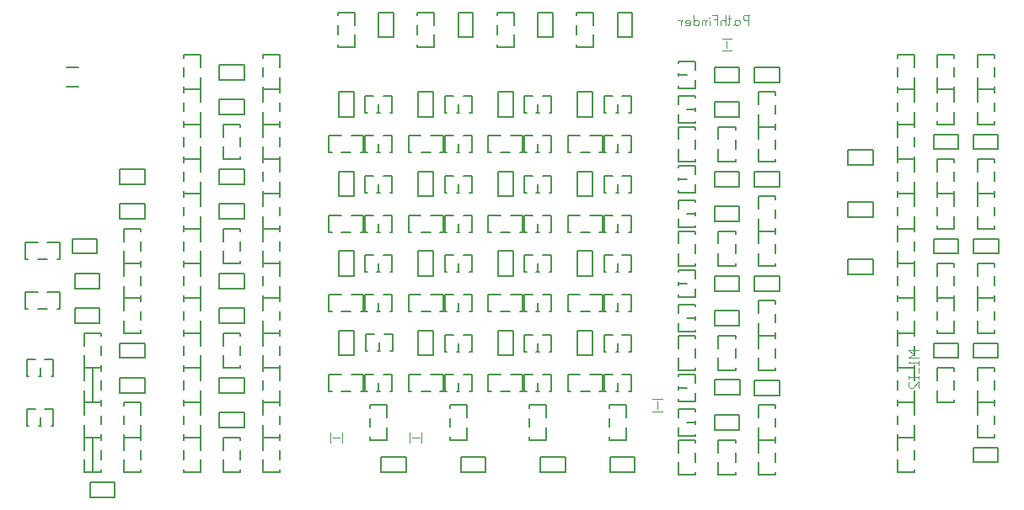
<source format=gbr>
G04 start of page 10 for group -4078 idx -4078 *
G04 Title: (unknown), bottomsilk *
G04 Creator: pcb 1.99z *
G04 CreationDate: Sun 08 Dec 2013 02:25:59 GMT UTC *
G04 For: ralph *
G04 Format: Gerber/RS-274X *
G04 PCB-Dimensions (mm): 102.00 52.00 *
G04 PCB-Coordinate-Origin: lower left *
%MOMM*%
%FSLAX43Y43*%
%LNBOTTOMSILK*%
%ADD90C,0.150*%
%ADD89C,0.127*%
%ADD88C,0.125*%
G54D88*X74873Y48980D02*Y49996D01*
X74492D02*X75000D01*
X74492D02*X74365Y49869D01*
Y49615D02*Y49869D01*
X74492Y49488D02*X74365Y49615D01*
X74492Y49488D02*X74873D01*
X73679D02*X73552Y49361D01*
X73679Y49488D02*X73933D01*
X74060Y49361D02*X73933Y49488D01*
X74060Y49107D02*Y49361D01*
Y49107D02*X73933Y48980D01*
X73552Y49107D02*Y49488D01*
Y49107D02*X73425Y48980D01*
X73679D02*X73933D01*
X73679D02*X73552Y49107D01*
X72993D02*Y49996D01*
Y49107D02*X72866Y48980D01*
Y49615D02*X73120D01*
X72612Y48980D02*Y49996D01*
Y49361D02*X72485Y49488D01*
X72231D02*X72485D01*
X72231D02*X72104Y49361D01*
Y48980D02*Y49361D01*
X71800Y48980D02*Y49996D01*
X71292D02*X71800D01*
X71419Y49539D02*X71800D01*
G54D89*X70987Y49717D02*Y49742D01*
G54D88*Y48980D02*Y49361D01*
X70606Y48980D02*Y49361D01*
X70479Y49488D01*
X70352D02*X70479D01*
X70352D02*X70225Y49361D01*
Y48980D02*Y49361D01*
X70733Y49488D02*X70606Y49361D01*
X69412Y48980D02*Y49996D01*
X69539Y48980D02*X69412Y49107D01*
X69539Y48980D02*X69793D01*
X69920Y49107D02*X69793Y48980D01*
X69920Y49107D02*Y49361D01*
X69793Y49488D01*
X69539D02*X69793D01*
X69539D02*X69412Y49361D01*
X68599Y48980D02*X68980D01*
X69107Y49107D02*X68980Y48980D01*
X69107Y49107D02*Y49361D01*
X68980Y49488D01*
X68726D02*X68980D01*
X68726D02*X68599Y49361D01*
Y49234D02*X69107D01*
X68599D02*Y49361D01*
X68167Y48980D02*Y49361D01*
X68040Y49488D01*
X67786D02*X68040D01*
X68294D02*X68167Y49361D01*
G54D90*X89900Y11000D02*X91600D01*
X89900Y7500D02*X91600D01*
X89900Y7800D02*Y7500D01*
Y11000D02*Y10700D01*
X91600Y11000D02*Y9750D01*
Y8750D02*Y7500D01*
X89900Y9700D02*Y8800D01*
Y4000D02*X91600D01*
X89900Y7500D02*X91600D01*
Y7200D01*
Y4300D02*Y4000D01*
X89900Y5250D02*Y4000D01*
Y7500D02*Y6250D01*
X91600Y6200D02*Y5300D01*
X96000Y17000D02*Y15500D01*
X93500D01*
Y17000D01*
X96000D01*
X97500Y6500D02*Y5000D01*
Y6500D02*X100000D01*
Y5000D01*
X97500D02*X100000D01*
X89900Y14500D02*X91600D01*
X89900Y11000D02*X91600D01*
X89900Y11300D02*Y11000D01*
Y14500D02*Y14200D01*
X91600Y14500D02*Y13250D01*
Y12250D02*Y11000D01*
X89900Y13200D02*Y12300D01*
X93900Y11000D02*X95600D01*
X93900Y14500D02*X95600D01*
Y14200D01*
Y11300D02*Y11000D01*
X93900Y12250D02*Y11000D01*
Y14500D02*Y13250D01*
X95600Y13200D02*Y12300D01*
X97900Y11000D02*X99600D01*
X97900Y14500D02*X99600D01*
Y14200D01*
Y11300D02*Y11000D01*
X97900Y12250D02*Y11000D01*
Y14500D02*Y13250D01*
X99600Y13200D02*Y12300D01*
X97900Y7500D02*X99600D01*
X97900Y11000D02*X99600D01*
Y10700D01*
Y7800D02*Y7500D01*
X97900Y8750D02*Y7500D01*
Y11000D02*Y9750D01*
X99600Y9700D02*Y8800D01*
X97500Y17000D02*Y15500D01*
Y17000D02*X100000D01*
Y15500D01*
X97500D02*X100000D01*
X93900Y21500D02*X95600D01*
X93900Y18000D02*X95600D01*
X93900Y18300D02*Y18000D01*
Y21500D02*Y21200D01*
X95600Y21500D02*Y20250D01*
Y19250D02*Y18000D01*
X93900Y20200D02*Y19300D01*
Y21500D02*X95600D01*
X93900Y25000D02*X95600D01*
Y24700D01*
Y21800D02*Y21500D01*
X93900Y22750D02*Y21500D01*
Y25000D02*Y23750D01*
X95600Y23700D02*Y22800D01*
X97900Y21500D02*X99600D01*
X97900Y25000D02*X99600D01*
Y24700D01*
Y21800D02*Y21500D01*
X97900Y22750D02*Y21500D01*
Y25000D02*Y23750D01*
X99600Y23700D02*Y22800D01*
X97900Y18000D02*X99600D01*
X97900Y21500D02*X99600D01*
Y21200D01*
Y18300D02*Y18000D01*
X97900Y19250D02*Y18000D01*
Y21500D02*Y20250D01*
X99600Y20200D02*Y19300D01*
X89900Y14500D02*X91600D01*
X89900Y18000D02*X91600D01*
Y17700D01*
Y14800D02*Y14500D01*
X89900Y15750D02*Y14500D01*
Y18000D02*Y16750D01*
X91600Y16700D02*Y15800D01*
X75900Y7250D02*X77600D01*
X75900Y10750D02*X77600D01*
Y10450D01*
Y7550D02*Y7250D01*
X75900Y8500D02*Y7250D01*
Y10750D02*Y9500D01*
X77600Y9450D02*Y8550D01*
X74050Y13300D02*Y11800D01*
X71550D01*
Y13300D01*
X74050D01*
X78000Y13250D02*Y11750D01*
X75500D01*
Y13250D01*
X78000D01*
X67900Y13850D02*X69600D01*
X67900Y11150D02*X69600D01*
X67900Y11350D02*Y11150D01*
Y13850D02*Y13650D01*
X69600Y13850D02*Y13000D01*
Y12000D02*Y11150D01*
X67900Y12650D02*Y12350D01*
Y12500D02*X68750D01*
X75900Y14250D02*X77600D01*
X75900Y17750D02*X77600D01*
Y17450D01*
Y14550D02*Y14250D01*
X75900Y15500D02*Y14250D01*
Y17750D02*Y16500D01*
X77600Y16450D02*Y15550D01*
X67900Y24350D02*X69600D01*
X67900Y21650D02*X69600D01*
X67900Y21850D02*Y21650D01*
Y24350D02*Y24150D01*
X69600Y24350D02*Y23500D01*
Y22500D02*Y21650D01*
X67900Y23150D02*Y22850D01*
Y23000D02*X68750D01*
X67900Y14250D02*X69600D01*
X67900Y17750D02*X69600D01*
Y17450D01*
Y14550D02*Y14250D01*
X67900Y15500D02*Y14250D01*
Y17750D02*Y16500D01*
X69600Y16450D02*Y15550D01*
X71900Y14250D02*X73600D01*
X71900Y17750D02*X73600D01*
Y17450D01*
Y14550D02*Y14250D01*
X71900Y15500D02*Y14250D01*
Y17750D02*Y16500D01*
X73600Y16450D02*Y15550D01*
X67900Y7650D02*X69600D01*
X67900Y10350D02*X69600D01*
Y10150D01*
Y7850D02*Y7650D01*
X67900Y8500D02*Y7650D01*
Y10350D02*Y9500D01*
X69600Y9150D02*Y8850D01*
X68750Y9000D02*X69600D01*
X74000Y9750D02*Y8250D01*
X71500D01*
Y9750D01*
X74000D01*
X71900Y3750D02*X73600D01*
X71900Y7250D02*X73600D01*
Y6950D01*
Y4050D02*Y3750D01*
X71900Y5000D02*Y3750D01*
Y7250D02*Y6000D01*
X73600Y5950D02*Y5050D01*
X67900Y3750D02*X69600D01*
X67900Y7250D02*X69600D01*
Y6950D01*
Y4050D02*Y3750D01*
X67900Y5000D02*Y3750D01*
Y7250D02*Y6000D01*
X69600Y5950D02*Y5050D01*
X75900Y3750D02*X77600D01*
X75900Y7250D02*X77600D01*
Y6950D01*
Y4050D02*Y3750D01*
X75900Y5000D02*Y3750D01*
Y7250D02*Y6000D01*
X77600Y5950D02*Y5050D01*
G54D88*X65250Y11350D02*X66250D01*
X65250Y10150D02*X66250D01*
X65750Y11100D02*Y10400D01*
G54D90*X52400Y37850D02*Y36150D01*
X55100Y37850D02*Y36150D01*
X54900D02*X55100D01*
X52400D02*X52600D01*
X52400Y37850D02*X53250D01*
X54250D02*X55100D01*
X53600Y36150D02*X53900D01*
X53750Y37000D02*Y36150D01*
X48750Y37850D02*Y36150D01*
X52250Y37850D02*Y36150D01*
X51950D02*X52250D01*
X48750D02*X49050D01*
X48750Y37850D02*X50000D01*
X51000D02*X52250D01*
X50050Y36150D02*X50950D01*
X44400Y41850D02*Y40150D01*
X47100Y41850D02*Y40150D01*
X46900D02*X47100D01*
X44400D02*X44600D01*
X44400Y41850D02*X45250D01*
X46250D02*X47100D01*
X45600Y40150D02*X45900D01*
X45750Y41000D02*Y40150D01*
X41750Y42250D02*X43250D01*
Y39750D01*
X41750D02*X43250D01*
X41750Y42250D02*Y39750D01*
X49750Y42250D02*X51250D01*
Y39750D01*
X49750D02*X51250D01*
X49750Y42250D02*Y39750D01*
X52400Y41850D02*Y40150D01*
X55100Y41850D02*Y40150D01*
X54900D02*X55100D01*
X52400D02*X52600D01*
X52400Y41850D02*X53250D01*
X54250D02*X55100D01*
X53600Y40150D02*X53900D01*
X53750Y41000D02*Y40150D01*
X60400Y33850D02*Y32150D01*
X63100Y33850D02*Y32150D01*
X62900D02*X63100D01*
X60400D02*X60600D01*
X60400Y33850D02*X61250D01*
X62250D02*X63100D01*
X61600Y32150D02*X61900D01*
X61750Y33000D02*Y32150D01*
X60400Y29850D02*Y28150D01*
X63100Y29850D02*Y28150D01*
X62900D02*X63100D01*
X60400D02*X60600D01*
X60400Y29850D02*X61250D01*
X62250D02*X63100D01*
X61600Y28150D02*X61900D01*
X61750Y29000D02*Y28150D01*
X60400Y25850D02*Y24150D01*
X63100Y25850D02*Y24150D01*
X62900D02*X63100D01*
X60400D02*X60600D01*
X60400Y25850D02*X61250D01*
X62250D02*X63100D01*
X61600Y24150D02*X61900D01*
X61750Y25000D02*Y24150D01*
X56750Y37850D02*Y36150D01*
X60250Y37850D02*Y36150D01*
X59950D02*X60250D01*
X56750D02*X57050D01*
X56750Y37850D02*X58000D01*
X59000D02*X60250D01*
X58050Y36150D02*X58950D01*
X57750Y42250D02*X59250D01*
Y39750D01*
X57750D02*X59250D01*
X57750Y42250D02*Y39750D01*
X60400Y37850D02*Y36150D01*
X63100Y37850D02*Y36150D01*
X62900D02*X63100D01*
X60400D02*X60600D01*
X60400Y37850D02*X61250D01*
X62250D02*X63100D01*
X61600Y36150D02*X61900D01*
X61750Y37000D02*Y36150D01*
X60400Y40150D02*Y41850D01*
X63100Y40150D02*Y41850D01*
X62900Y40150D02*X63100D01*
X60400D02*X60600D01*
X60400Y41850D02*X61250D01*
X62250D02*X63100D01*
X61600Y40150D02*X61900D01*
X61750D02*Y41000D01*
X56750Y29850D02*Y28150D01*
X60250Y29850D02*Y28150D01*
X59950D02*X60250D01*
X56750D02*X57050D01*
X56750Y29850D02*X58000D01*
X59000D02*X60250D01*
X58050Y28150D02*X58950D01*
X57750Y34250D02*X59250D01*
Y31750D01*
X57750D02*X59250D01*
X57750Y34250D02*Y31750D01*
Y26250D02*X59250D01*
Y23750D01*
X57750D02*X59250D01*
X57750Y26250D02*Y23750D01*
X56750Y21850D02*Y20150D01*
X60250Y21850D02*Y20150D01*
X59950D02*X60250D01*
X56750D02*X57050D01*
X56750Y21850D02*X58000D01*
X59000D02*X60250D01*
X58050Y20150D02*X58950D01*
X57750Y18250D02*X59250D01*
Y15750D01*
X57750D02*X59250D01*
X57750Y18250D02*Y15750D01*
X52400Y25850D02*Y24150D01*
X55100Y25850D02*Y24150D01*
X54900D02*X55100D01*
X52400D02*X52600D01*
X52400Y25850D02*X53250D01*
X54250D02*X55100D01*
X53600Y24150D02*X53900D01*
X53750Y25000D02*Y24150D01*
X52400Y21850D02*Y20150D01*
X55100Y21850D02*Y20150D01*
X54900D02*X55100D01*
X52400D02*X52600D01*
X52400Y21850D02*X53250D01*
X54250D02*X55100D01*
X53600Y20150D02*X53900D01*
X53750Y21000D02*Y20150D01*
X52400Y17850D02*Y16150D01*
X55100Y17850D02*Y16150D01*
X54900D02*X55100D01*
X52400D02*X52600D01*
X52400Y17850D02*X53250D01*
X54250D02*X55100D01*
X53600Y16150D02*X53900D01*
X53750Y17000D02*Y16150D01*
X44400Y21850D02*Y20150D01*
X47100Y21850D02*Y20150D01*
X46900D02*X47100D01*
X44400D02*X44600D01*
X44400Y21850D02*X45250D01*
X46250D02*X47100D01*
X45600Y20150D02*X45900D01*
X45750Y21000D02*Y20150D01*
X48750Y21850D02*Y20150D01*
X52250Y21850D02*Y20150D01*
X51950D02*X52250D01*
X48750D02*X49050D01*
X48750Y21850D02*X50000D01*
X51000D02*X52250D01*
X50050Y20150D02*X50950D01*
X44400Y13850D02*Y12150D01*
X47100Y13850D02*Y12150D01*
X46900D02*X47100D01*
X44400D02*X44600D01*
X44400Y13850D02*X45250D01*
X46250D02*X47100D01*
X45600Y12150D02*X45900D01*
X45750Y13000D02*Y12150D01*
X41750Y18250D02*X43250D01*
Y15750D01*
X41750D02*X43250D01*
X41750Y18250D02*Y15750D01*
X44400Y17850D02*Y16150D01*
X47100Y17850D02*Y16150D01*
X46900D02*X47100D01*
X44400D02*X44600D01*
X44400Y17850D02*X45250D01*
X46250D02*X47100D01*
X45600Y16150D02*X45900D01*
X45750Y17000D02*Y16150D01*
X49750Y18250D02*X51250D01*
Y15750D01*
X49750D02*X51250D01*
X49750Y18250D02*Y15750D01*
X52400Y13850D02*Y12150D01*
X55100Y13850D02*Y12150D01*
X54900D02*X55100D01*
X52400D02*X52600D01*
X52400Y13850D02*X53250D01*
X54250D02*X55100D01*
X53600Y12150D02*X53900D01*
X53750Y13000D02*Y12150D01*
X48750Y13850D02*Y12150D01*
X52250Y13850D02*Y12150D01*
X51950D02*X52250D01*
X48750D02*X49050D01*
X48750Y13850D02*X50000D01*
X51000D02*X52250D01*
X50050Y12150D02*X50950D01*
X60400Y21850D02*Y20150D01*
X63100Y21850D02*Y20150D01*
X62900D02*X63100D01*
X60400D02*X60600D01*
X60400Y21850D02*X61250D01*
X62250D02*X63100D01*
X61600Y20150D02*X61900D01*
X61750Y21000D02*Y20150D01*
X60400Y17850D02*Y16150D01*
X63100Y17850D02*Y16150D01*
X62900D02*X63100D01*
X60400D02*X60600D01*
X60400Y17850D02*X61250D01*
X62250D02*X63100D01*
X61600Y16150D02*X61900D01*
X61750Y17000D02*Y16150D01*
X56750Y13850D02*Y12150D01*
X60250Y13850D02*Y12150D01*
X59950D02*X60250D01*
X56750D02*X57050D01*
X56750Y13850D02*X58000D01*
X59000D02*X60250D01*
X58050Y12150D02*X58950D01*
X60400Y13850D02*Y12150D01*
X63100Y13850D02*Y12150D01*
X62900D02*X63100D01*
X60400D02*X60600D01*
X60400Y13850D02*X61250D01*
X62250D02*X63100D01*
X61600Y12150D02*X61900D01*
X61750Y13000D02*Y12150D01*
X61000Y5500D02*Y4000D01*
Y5500D02*X63500D01*
Y4000D01*
X61000D02*X63500D01*
X60900Y10750D02*X62600D01*
X60900Y7250D02*X62600D01*
X60900Y7550D02*Y7250D01*
Y10750D02*Y10450D01*
X62600Y10750D02*Y9500D01*
Y8500D02*Y7250D01*
X60900Y9450D02*Y8550D01*
X96000Y26000D02*Y27500D01*
X93500Y26000D02*X96000D01*
X93500D02*Y27500D01*
X96000D01*
X93900Y32000D02*X95600D01*
X93900Y28500D02*X95600D01*
X93900Y28800D02*Y28500D01*
Y32000D02*Y31700D01*
X95600Y32000D02*Y30750D01*
Y29750D02*Y28500D01*
X93900Y30700D02*Y29800D01*
Y32000D02*X95600D01*
X93900Y35500D02*X95600D01*
Y35200D01*
Y32300D02*Y32000D01*
X93900Y33250D02*Y32000D01*
Y35500D02*Y34250D01*
X95600Y34200D02*Y33300D01*
X89900Y35500D02*X91600D01*
X89900Y32000D02*X91600D01*
X89900Y32300D02*Y32000D01*
Y35500D02*Y35200D01*
X91600Y35500D02*Y34250D01*
Y33250D02*Y32000D01*
X89900Y34200D02*Y33300D01*
Y32000D02*X91600D01*
X89900Y28500D02*X91600D01*
X89900Y28800D02*Y28500D01*
Y32000D02*Y31700D01*
X91600Y32000D02*Y30750D01*
Y29750D02*Y28500D01*
X89900Y30700D02*Y29800D01*
X75900Y17750D02*X77600D01*
X75900Y21250D02*X77600D01*
Y20950D01*
Y18050D02*Y17750D01*
X75900Y19000D02*Y17750D01*
Y21250D02*Y20000D01*
X77600Y19950D02*Y19050D01*
X84900Y36400D02*Y34900D01*
Y36400D02*X87400D01*
Y34900D01*
X84900D02*X87400D01*
X84900Y31200D02*Y29700D01*
Y31200D02*X87400D01*
Y29700D01*
X84900D02*X87400D01*
X84900Y25400D02*Y23900D01*
Y25400D02*X87400D01*
Y23900D01*
X84900D02*X87400D01*
X89900Y25000D02*X91600D01*
X89900Y28500D02*X91600D01*
Y28200D02*Y28500D01*
Y25000D02*Y25300D01*
X89900Y25000D02*Y26250D01*
Y27250D02*Y28500D01*
X91600Y26300D02*Y27200D01*
X89900Y25000D02*X91600D01*
X89900Y21500D02*X91600D01*
X89900Y21800D02*Y21500D01*
Y25000D02*Y24700D01*
X91600Y25000D02*Y23750D01*
Y22750D02*Y21500D01*
X89900Y23700D02*Y22800D01*
Y21500D02*X91600D01*
X89900Y18000D02*X91600D01*
X89900Y18300D02*Y18000D01*
Y21500D02*Y21200D01*
X91600Y21500D02*Y20250D01*
Y19250D02*Y18000D01*
X89900Y20200D02*Y19300D01*
X78000Y34250D02*Y32750D01*
X75500D01*
Y34250D01*
X78000D01*
X75900Y28250D02*X77600D01*
X75900Y31750D02*X77600D01*
Y31450D01*
Y28550D02*Y28250D01*
X75900Y29500D02*Y28250D01*
Y31750D02*Y30500D01*
X77600Y30450D02*Y29550D01*
X75900Y24750D02*X77600D01*
X75900Y28250D02*X77600D01*
Y27950D01*
Y25050D02*Y24750D01*
X75900Y26000D02*Y24750D01*
Y28250D02*Y27000D01*
X77600Y26950D02*Y26050D01*
X97900Y28500D02*X99600D01*
X97900Y32000D02*X99600D01*
Y31700D01*
Y28800D02*Y28500D01*
X97900Y29750D02*Y28500D01*
Y32000D02*Y30750D01*
X99600Y30700D02*Y29800D01*
X97900Y32000D02*X99600D01*
X97900Y35500D02*X99600D01*
Y35200D01*
Y32300D02*Y32000D01*
X97900Y33250D02*Y32000D01*
Y35500D02*Y34250D01*
X99600Y34200D02*Y33300D01*
X97550Y27500D02*Y26000D01*
Y27500D02*X100050D01*
Y26000D01*
X97550D02*X100050D01*
X78000Y23750D02*Y22250D01*
X75500D01*
Y23750D01*
X78000D01*
X74000D02*Y22250D01*
X71500D01*
Y23750D01*
X74000D01*
Y20250D02*Y18750D01*
X71500D01*
Y20250D01*
X74000D01*
X67900Y18150D02*X69600D01*
X67900Y20850D02*X69600D01*
Y20650D01*
Y18350D02*Y18150D01*
X67900Y19000D02*Y18150D01*
Y20850D02*Y20000D01*
X69600Y19650D02*Y19350D01*
X68750Y19500D02*X69600D01*
X71900Y35250D02*X73600D01*
X71900Y38750D02*X73600D01*
Y38450D01*
Y35550D02*Y35250D01*
X71900Y36500D02*Y35250D01*
Y38750D02*Y37500D01*
X73600Y37450D02*Y36550D01*
X74000Y34250D02*Y32750D01*
X71500D01*
Y34250D01*
X74000D01*
X67900Y35250D02*X69600D01*
X67900Y38750D02*X69600D01*
Y38450D01*
Y35550D02*Y35250D01*
X67900Y36500D02*Y35250D01*
Y38750D02*Y37500D01*
X69600Y37450D02*Y36550D01*
X67900Y34850D02*X69600D01*
X67900Y32150D02*X69600D01*
X67900Y32350D02*Y32150D01*
Y34850D02*Y34650D01*
X69600Y34850D02*Y34000D01*
Y33000D02*Y32150D01*
X67900Y33650D02*Y33350D01*
Y33500D02*X68750D01*
X74000Y30750D02*Y29250D01*
X71500D01*
Y30750D01*
X74000D01*
X67900Y28650D02*X69600D01*
X67900Y31350D02*X69600D01*
Y31150D01*
Y28850D02*Y28650D01*
X67900Y29500D02*Y28650D01*
Y31350D02*Y30500D01*
X69600Y30150D02*Y29850D01*
X68750Y30000D02*X69600D01*
X67900Y24750D02*X69600D01*
X67900Y28250D02*X69600D01*
Y27950D01*
Y25050D02*Y24750D01*
X67900Y26000D02*Y24750D01*
Y28250D02*Y27000D01*
X69600Y26950D02*Y26050D01*
X71900Y24750D02*X73600D01*
X71900Y28250D02*X73600D01*
Y27950D01*
Y25050D02*Y24750D01*
X71900Y26000D02*Y24750D01*
Y28250D02*Y27000D01*
X73600Y26950D02*Y26050D01*
X75900Y35250D02*X77600D01*
X75900Y38750D02*X77600D01*
Y38450D01*
Y35550D02*Y35250D01*
X75900Y36500D02*Y35250D01*
Y38750D02*Y37500D01*
X77600Y37450D02*Y36550D01*
X75900Y38750D02*X77600D01*
X75900Y42250D02*X77600D01*
Y41950D01*
Y39050D02*Y38750D01*
X75900Y40000D02*Y38750D01*
Y42250D02*Y41000D01*
X77600Y40950D02*Y40050D01*
X78000Y44750D02*Y43250D01*
X75500D02*X78000D01*
X75500Y44750D02*Y43250D01*
Y44750D02*X78000D01*
X74000Y41250D02*Y39750D01*
X71500D01*
Y41250D01*
X74000D01*
Y44750D02*Y43250D01*
X71500D02*X74000D01*
X71500Y44750D02*Y43250D01*
Y44750D02*X74000D01*
X67900Y39150D02*X69600D01*
X67900Y41850D02*X69600D01*
Y41650D01*
Y39350D02*Y39150D01*
X67900Y40000D02*Y39150D01*
Y41850D02*Y41000D01*
X69600Y40650D02*Y40350D01*
X68750Y40500D02*X69600D01*
X67900Y45350D02*X69600D01*
X67900Y42650D02*X69600D01*
X67900Y42850D02*Y42650D01*
Y45350D02*Y45150D01*
X69600Y45350D02*Y44500D01*
Y43500D02*Y42650D01*
X67900Y44150D02*Y43850D01*
Y44000D02*X68750D01*
G54D88*X72250Y47600D02*X73250D01*
X72250Y46400D02*X73250D01*
X72750Y47350D02*Y46650D01*
G54D90*X96000Y38000D02*Y36500D01*
X93500D02*X96000D01*
X93500Y38000D02*Y36500D01*
Y38000D02*X96000D01*
X93900Y42500D02*X95600D01*
X93900Y39000D02*X95600D01*
X93900Y39300D02*Y39000D01*
Y42500D02*Y42200D01*
X95600Y42500D02*Y41250D01*
Y40250D02*Y39000D01*
X93900Y41200D02*Y40300D01*
X89900Y35500D02*X91600D01*
X89900Y39000D02*X91600D01*
Y38700D01*
Y35800D02*Y35500D01*
X89900Y36750D02*Y35500D01*
Y39000D02*Y37750D01*
X91600Y37700D02*Y36800D01*
X89900Y46000D02*X91600D01*
X89900Y42500D02*X91600D01*
X89900Y42800D02*Y42500D01*
Y46000D02*Y45700D01*
X91600Y46000D02*Y44750D01*
Y43750D02*Y42500D01*
X89900Y44700D02*Y43800D01*
Y42500D02*X91600D01*
X89900Y39000D02*X91600D01*
X89900Y39300D02*Y39000D01*
Y42500D02*Y42200D01*
X91600Y42500D02*Y41250D01*
Y40250D02*Y39000D01*
X89900Y41200D02*Y40300D01*
X97900Y42500D02*X99600D01*
X97900Y46000D02*X99600D01*
Y45700D02*Y46000D01*
Y42500D02*Y42800D01*
X97900Y42500D02*Y43750D01*
Y44750D02*Y46000D01*
X99600Y43800D02*Y44700D01*
X97900Y39000D02*X99600D01*
X97900Y42500D02*X99600D01*
Y42200D01*
Y39300D02*Y39000D01*
X97900Y40250D02*Y39000D01*
Y42500D02*Y41250D01*
X99600Y41200D02*Y40300D01*
X97500Y38000D02*Y36500D01*
Y38000D02*X100000D01*
Y36500D01*
X97500D02*X100000D01*
X93900Y42500D02*X95600D01*
X93900Y46000D02*X95600D01*
Y45700D02*Y46000D01*
Y42500D02*Y42800D01*
X93900Y42500D02*Y43750D01*
Y44750D02*Y46000D01*
X95600Y43800D02*Y44700D01*
X11750Y13500D02*Y12000D01*
Y13500D02*X14250D01*
Y12000D01*
X11750D02*X14250D01*
X11750Y17000D02*Y15500D01*
Y17000D02*X14250D01*
Y15500D01*
X11750D02*X14250D01*
X9750Y20500D02*Y19000D01*
X7250D02*X9750D01*
X7250Y20500D02*Y19000D01*
Y20500D02*X9750D01*
X12150Y18000D02*X13850D01*
X12150Y21500D02*X13850D01*
Y21200D01*
Y18300D02*Y18000D01*
X12150Y19250D02*Y18000D01*
Y21500D02*Y20250D01*
X13850Y20200D02*Y19300D01*
X12150Y21500D02*X13850D01*
X12150Y25000D02*X13850D01*
Y24700D01*
Y21800D02*Y21500D01*
X12150Y22750D02*Y21500D01*
Y25000D02*Y23750D01*
X13850Y23700D02*Y22800D01*
X9000Y11000D02*Y14500D01*
X8150Y11000D02*X9850D01*
X8150Y14500D02*X9850D01*
Y14200D02*Y14500D01*
Y11000D02*Y11300D01*
X8150Y11000D02*Y12250D01*
Y13250D02*Y14500D01*
X9850Y12300D02*Y13200D01*
X8150Y14500D02*X9850D01*
X8150Y18000D02*X9850D01*
Y17700D02*Y18000D01*
Y14500D02*Y14800D01*
X8150Y14500D02*Y15750D01*
Y16750D02*Y18000D01*
X9850Y15800D02*Y16700D01*
X9750Y24000D02*Y22500D01*
X7250D02*X9750D01*
X7250Y24000D02*Y22500D01*
Y24000D02*X9750D01*
X21750Y31000D02*Y29500D01*
Y31000D02*X24250D01*
Y29500D01*
X21750D02*X24250D01*
X22150Y25000D02*X23850D01*
X22150Y28500D02*X23850D01*
Y28200D01*
Y25300D02*Y25000D01*
X22150Y26250D02*Y25000D01*
Y28500D02*Y27250D01*
X23850Y27200D02*Y26300D01*
X18150Y28500D02*X19850D01*
X18150Y25000D02*X19850D01*
X18150Y25300D02*Y25000D01*
Y28500D02*Y28200D01*
X19850Y28500D02*Y27250D01*
Y26250D02*Y25000D01*
X18150Y27200D02*Y26300D01*
Y32000D02*X19850D01*
X18150Y28500D02*X19850D01*
X18150Y28800D02*Y28500D01*
Y32000D02*Y31700D01*
X19850Y32000D02*Y30750D01*
Y29750D02*Y28500D01*
X18150Y30700D02*Y29800D01*
Y25000D02*X19850D01*
X18150Y21500D02*X19850D01*
X18150Y21800D02*Y21500D01*
Y25000D02*Y24700D01*
X19850Y25000D02*Y23750D01*
Y22750D02*Y21500D01*
X18150Y23700D02*Y22800D01*
X21750Y24000D02*Y22500D01*
Y24000D02*X24250D01*
Y22500D01*
X21750D02*X24250D01*
X21750Y41500D02*Y40000D01*
Y41500D02*X24250D01*
Y40000D01*
X21750D02*X24250D01*
X18150Y42500D02*X19850D01*
X18150Y39000D02*X19850D01*
X18150Y39300D02*Y39000D01*
Y42500D02*Y42200D01*
X19850Y42500D02*Y41250D01*
Y40250D02*Y39000D01*
X18150Y41200D02*Y40300D01*
X26150Y39000D02*X27850D01*
X26150Y42500D02*X27850D01*
Y42200D01*
Y39300D02*Y39000D01*
X26150Y40250D02*Y39000D01*
Y42500D02*Y41250D01*
X27850Y41200D02*Y40300D01*
X26150Y46000D02*X27850D01*
X26150Y42500D02*X27850D01*
X26150Y42800D02*Y42500D01*
Y46000D02*Y45700D01*
X27850Y46000D02*Y44750D01*
Y43750D02*Y42500D01*
X26150Y44700D02*Y43800D01*
X21750Y45000D02*Y43500D01*
Y45000D02*X24250D01*
Y43500D01*
X21750D02*X24250D01*
X18150Y46000D02*X19850D01*
X18150Y42500D02*X19850D01*
X18150Y42800D02*Y42500D01*
Y46000D02*Y45700D01*
X19850Y46000D02*Y44750D01*
Y43750D02*Y42500D01*
X18150Y44700D02*Y43800D01*
X22150Y35500D02*X23850D01*
X22150Y39000D02*X23850D01*
Y38700D01*
Y35800D02*Y35500D01*
X22150Y36750D02*Y35500D01*
Y39000D02*Y37750D01*
X23850Y37700D02*Y36800D01*
X18150Y39000D02*X19850D01*
X18150Y35500D02*X19850D01*
X18150Y35800D02*Y35500D01*
Y39000D02*Y38700D01*
X19850Y39000D02*Y37750D01*
Y36750D02*Y35500D01*
X18150Y37700D02*Y36800D01*
X26150Y35500D02*X27850D01*
X26150Y39000D02*X27850D01*
Y38700D01*
Y35800D02*Y35500D01*
X26150Y36750D02*Y35500D01*
Y39000D02*Y37750D01*
X27850Y37700D02*Y36800D01*
X18150Y35500D02*X19850D01*
X18150Y32000D02*X19850D01*
X18150D02*Y32300D01*
Y35200D02*Y35500D01*
X19850Y34250D02*Y35500D01*
Y32000D02*Y33250D01*
X18150Y33300D02*Y34200D01*
X26150Y35500D02*X27850D01*
X26150Y32000D02*X27850D01*
X26150D02*Y32300D01*
Y35200D02*Y35500D01*
X27850Y34250D02*Y35500D01*
Y32000D02*Y33250D01*
X26150Y33300D02*Y34200D01*
X21750Y34500D02*Y33000D01*
Y34500D02*X24250D01*
Y33000D01*
X21750D02*X24250D01*
X26150Y25000D02*X27850D01*
X26150Y28500D02*X27850D01*
Y28200D01*
Y25300D02*Y25000D01*
X26150Y26250D02*Y25000D01*
Y28500D02*Y27250D01*
X27850Y27200D02*Y26300D01*
X26150Y28500D02*X27850D01*
X26150Y32000D02*X27850D01*
Y31700D01*
Y28800D02*Y28500D01*
X26150Y29750D02*Y28500D01*
Y32000D02*Y30750D01*
X27850Y30700D02*Y29800D01*
X26150Y25000D02*X27850D01*
X26150Y21500D02*X27850D01*
X26150D02*Y21800D01*
Y24700D02*Y25000D01*
X27850Y23750D02*Y25000D01*
Y21500D02*Y22750D01*
X26150Y22800D02*Y23700D01*
Y14500D02*X27850D01*
X26150Y11000D02*X27850D01*
X26150D02*Y11300D01*
Y14200D02*Y14500D01*
X27850Y13250D02*Y14500D01*
Y11000D02*Y12250D01*
X26150Y12300D02*Y13200D01*
X21750Y13500D02*Y12000D01*
Y13500D02*X24250D01*
Y12000D01*
X21750D02*X24250D01*
X26150Y18000D02*X27850D01*
X26150Y21500D02*X27850D01*
Y21200D01*
Y18300D02*Y18000D01*
X26150Y19250D02*Y18000D01*
Y21500D02*Y20250D01*
X27850Y20200D02*Y19300D01*
X9500Y27500D02*Y26000D01*
X7000D01*
Y27500D01*
X9500D01*
X11750Y31000D02*Y29500D01*
Y31000D02*X14250D01*
Y29500D01*
X11750D02*X14250D01*
X2250Y27100D02*Y25400D01*
X5750Y27100D02*Y25400D01*
X5450D02*X5750D01*
X2250D02*X2550D01*
X2250Y27100D02*X3500D01*
X4500D02*X5750D01*
X3550Y25400D02*X4450D01*
X6400Y44700D02*X7600D01*
X6400Y42800D02*X7600D01*
X11750Y34500D02*Y33000D01*
Y34500D02*X14250D01*
Y33000D01*
X11750D02*X14250D01*
X12150Y25000D02*X13850D01*
X12150Y28500D02*X13850D01*
Y28200D01*
Y25300D02*Y25000D01*
X12150Y26250D02*Y25000D01*
Y28500D02*Y27250D01*
X13850Y27200D02*Y26300D01*
X2250Y22100D02*Y20400D01*
X5750Y22100D02*Y20400D01*
X5450D02*X5750D01*
X2250D02*X2550D01*
X2250Y22100D02*X3500D01*
X4500D02*X5750D01*
X3550Y20400D02*X4450D01*
X2400Y15350D02*Y13650D01*
X5100Y15350D02*Y13650D01*
X4900D02*X5100D01*
X2400D02*X2600D01*
X2400Y15350D02*X3250D01*
X4250D02*X5100D01*
X3600Y13650D02*X3900D01*
X3750Y14500D02*Y13650D01*
X2400Y10350D02*Y8650D01*
X5100Y10350D02*Y8650D01*
X4900D02*X5100D01*
X2400D02*X2600D01*
X2400Y10350D02*X3250D01*
X4250D02*X5100D01*
X3600Y8650D02*X3900D01*
X3750Y9500D02*Y8650D01*
X26150Y7500D02*X27850D01*
X26150Y11000D02*X27850D01*
Y10700D01*
Y7800D02*Y7500D01*
X26150Y8750D02*Y7500D01*
Y11000D02*Y9750D01*
X27850Y9700D02*Y8800D01*
X26150Y4000D02*X27850D01*
X26150Y7500D02*X27850D01*
Y7200D02*Y7500D01*
Y4000D02*Y4300D01*
X26150Y4000D02*Y5250D01*
Y6250D02*Y7500D01*
X27850Y5300D02*Y6200D01*
X36400Y29850D02*Y28150D01*
X39100Y29850D02*Y28150D01*
X38900D02*X39100D01*
X36400D02*X36600D01*
X36400Y29850D02*X37250D01*
X38250D02*X39100D01*
X37600Y28150D02*X37900D01*
X37750Y29000D02*Y28150D01*
X32750Y29850D02*Y28150D01*
X36250Y29850D02*Y28150D01*
X35950D02*X36250D01*
X32750D02*X33050D01*
X32750Y29850D02*X34000D01*
X35000D02*X36250D01*
X34050Y28150D02*X34950D01*
X36400Y25850D02*Y24150D01*
X39100Y25850D02*Y24150D01*
X38900D02*X39100D01*
X36400D02*X36600D01*
X36400Y25850D02*X37250D01*
X38250D02*X39100D01*
X37600Y24150D02*X37900D01*
X37750Y25000D02*Y24150D01*
X40750Y21850D02*Y20150D01*
X44250Y21850D02*Y20150D01*
X43950D02*X44250D01*
X40750D02*X41050D01*
X40750Y21850D02*X42000D01*
X43000D02*X44250D01*
X42050Y20150D02*X42950D01*
X36400Y21850D02*Y20150D01*
X39100Y21850D02*Y20150D01*
X38900D02*X39100D01*
X36400D02*X36600D01*
X36400Y21850D02*X37250D01*
X38250D02*X39100D01*
X37600Y20150D02*X37900D01*
X37750Y21000D02*Y20150D01*
X32750Y21850D02*Y20150D01*
X36250Y21850D02*Y20150D01*
X35950D02*X36250D01*
X32750D02*X33050D01*
X32750Y21850D02*X34000D01*
X35000D02*X36250D01*
X34050Y20150D02*X34950D01*
X36450Y17900D02*Y16200D01*
X39150Y17900D02*Y16200D01*
X38950D02*X39150D01*
X36450D02*X36650D01*
X36450Y17900D02*X37300D01*
X38300D02*X39150D01*
X37650Y16200D02*X37950D01*
X37800Y17050D02*Y16200D01*
X33750Y18250D02*X35250D01*
Y15750D01*
X33750D02*X35250D01*
X33750Y18250D02*Y15750D01*
Y26250D02*X35250D01*
Y23750D01*
X33750D02*X35250D01*
X33750Y26250D02*Y23750D01*
X48500Y5500D02*Y4000D01*
X46000D02*X48500D01*
X46000Y5500D02*Y4000D01*
Y5500D02*X48500D01*
X44900Y10750D02*X46600D01*
X44900Y7250D02*X46600D01*
X44900Y7550D02*Y7250D01*
Y10750D02*Y10450D01*
X46600Y10750D02*Y9500D01*
Y8500D02*Y7250D01*
X44900Y9450D02*Y8550D01*
X40500Y5500D02*Y4000D01*
X38000D02*X40500D01*
X38000Y5500D02*Y4000D01*
Y5500D02*X40500D01*
G54D88*X34100Y8000D02*Y7000D01*
X32900Y8000D02*Y7000D01*
X33150Y7500D02*X33850D01*
G54D90*X36900Y10750D02*X38600D01*
X36900Y7250D02*X38600D01*
X36900Y7550D02*Y7250D01*
Y10750D02*Y10450D01*
X38600Y10750D02*Y9500D01*
Y8500D02*Y7250D01*
X36900Y9450D02*Y8550D01*
X40750Y13850D02*Y12150D01*
X44250Y13850D02*Y12150D01*
X43950D02*X44250D01*
X40750D02*X41050D01*
X40750Y13850D02*X42000D01*
X43000D02*X44250D01*
X42050Y12150D02*X42950D01*
G54D88*X42100Y8000D02*Y7000D01*
X40900Y8000D02*Y7000D01*
X41150Y7500D02*X41850D01*
G54D90*X56500Y5500D02*Y4000D01*
X54000D02*X56500D01*
X54000Y5500D02*Y4000D01*
Y5500D02*X56500D01*
X52900Y10750D02*X54600D01*
X52900Y7250D02*X54600D01*
X52900Y7550D02*Y7250D01*
Y10750D02*Y10450D01*
X54600Y10750D02*Y9500D01*
Y8500D02*Y7250D01*
X52900Y9450D02*Y8550D01*
X36400Y13850D02*Y12150D01*
X39100Y13850D02*Y12150D01*
X38900D02*X39100D01*
X36400D02*X36600D01*
X36400Y13850D02*X37250D01*
X38250D02*X39100D01*
X37600Y12150D02*X37900D01*
X37750Y13000D02*Y12150D01*
X32750Y13850D02*Y12150D01*
X36250Y13850D02*Y12150D01*
X35950D02*X36250D01*
X32750D02*X33050D01*
X32750Y13850D02*X34000D01*
X35000D02*X36250D01*
X34050Y12150D02*X34950D01*
X44400Y37850D02*Y36150D01*
X47100Y37850D02*Y36150D01*
X46900D02*X47100D01*
X44400D02*X44600D01*
X44400Y37850D02*X45250D01*
X46250D02*X47100D01*
X45600Y36150D02*X45900D01*
X45750Y37000D02*Y36150D01*
X40750Y37850D02*Y36150D01*
X44250Y37850D02*Y36150D01*
X43950D02*X44250D01*
X40750D02*X41050D01*
X40750Y37850D02*X42000D01*
X43000D02*X44250D01*
X42050Y36150D02*X42950D01*
X36400Y41850D02*Y40150D01*
X39100Y41850D02*Y40150D01*
X38900D02*X39100D01*
X36400D02*X36600D01*
X36400Y41850D02*X37250D01*
X38250D02*X39100D01*
X37600Y40150D02*X37900D01*
X37750Y41000D02*Y40150D01*
X33750Y42250D02*X35250D01*
Y39750D01*
X33750D02*X35250D01*
X33750Y42250D02*Y39750D01*
X41650Y50250D02*X43350D01*
X41650Y46750D02*X43350D01*
X41650Y47050D02*Y46750D01*
Y50250D02*Y49950D01*
X43350Y50250D02*Y49000D01*
Y48000D02*Y46750D01*
X41650Y48950D02*Y48050D01*
X33650Y50250D02*X35350D01*
X33650Y46750D02*X35350D01*
X33650Y47050D02*Y46750D01*
Y50250D02*Y49950D01*
X35350Y50250D02*Y49000D01*
Y48000D02*Y46750D01*
X33650Y48950D02*Y48050D01*
X37750Y50250D02*X39250D01*
Y47750D01*
X37750D02*X39250D01*
X37750Y50250D02*Y47750D01*
X36400Y37850D02*Y36150D01*
X39100Y37850D02*Y36150D01*
X38900D02*X39100D01*
X36400D02*X36600D01*
X36400Y37850D02*X37250D01*
X38250D02*X39100D01*
X37600Y36150D02*X37900D01*
X37750Y37000D02*Y36150D01*
X32750Y37850D02*Y36150D01*
X36250Y37850D02*Y36150D01*
X35950D02*X36250D01*
X32750D02*X33050D01*
X32750Y37850D02*X34000D01*
X35000D02*X36250D01*
X34050Y36150D02*X34950D01*
X44400Y33850D02*Y32150D01*
X47100Y33850D02*Y32150D01*
X46900D02*X47100D01*
X44400D02*X44600D01*
X44400Y33850D02*X45250D01*
X46250D02*X47100D01*
X45600Y32150D02*X45900D01*
X45750Y33000D02*Y32150D01*
X41750Y34250D02*X43250D01*
Y31750D01*
X41750D02*X43250D01*
X41750Y34250D02*Y31750D01*
X36400Y33850D02*Y32150D01*
X39100Y33850D02*Y32150D01*
X38900D02*X39100D01*
X36400D02*X36600D01*
X36400Y33850D02*X37250D01*
X38250D02*X39100D01*
X37600Y32150D02*X37900D01*
X37750Y33000D02*Y32150D01*
X33750Y34250D02*X35250D01*
Y31750D01*
X33750D02*X35250D01*
X33750Y34250D02*Y31750D01*
X44400Y29850D02*Y28150D01*
X47100Y29850D02*Y28150D01*
X46900D02*X47100D01*
X44400D02*X44600D01*
X44400Y29850D02*X45250D01*
X46250D02*X47100D01*
X45600Y28150D02*X45900D01*
X45750Y29000D02*Y28150D01*
X40750Y29850D02*Y28150D01*
X44250Y29850D02*Y28150D01*
X43950D02*X44250D01*
X40750D02*X41050D01*
X40750Y29850D02*X42000D01*
X43000D02*X44250D01*
X42050Y28150D02*X42950D01*
X52400Y29850D02*Y28150D01*
X55100Y29850D02*Y28150D01*
X54900D02*X55100D01*
X52400D02*X52600D01*
X52400Y29850D02*X53250D01*
X54250D02*X55100D01*
X53600Y28150D02*X53900D01*
X53750Y29000D02*Y28150D01*
X48750Y29850D02*Y28150D01*
X52250Y29850D02*Y28150D01*
X51950D02*X52250D01*
X48750D02*X49050D01*
X48750Y29850D02*X50000D01*
X51000D02*X52250D01*
X50050Y28150D02*X50950D01*
X49750Y26250D02*X51250D01*
Y23750D01*
X49750D02*X51250D01*
X49750Y26250D02*Y23750D01*
X52400Y33850D02*Y32150D01*
X55100Y33850D02*Y32150D01*
X54900D02*X55100D01*
X52400D02*X52600D01*
X52400Y33850D02*X53250D01*
X54250D02*X55100D01*
X53600Y32150D02*X53900D01*
X53750Y33000D02*Y32150D01*
X49750Y34250D02*X51250D01*
Y31750D01*
X49750D02*X51250D01*
X49750Y34250D02*Y31750D01*
X41750Y26250D02*X43250D01*
Y23750D01*
X41750D02*X43250D01*
X41750Y26250D02*Y23750D01*
X44400Y25850D02*Y24150D01*
X47100Y25850D02*Y24150D01*
X46900D02*X47100D01*
X44400D02*X44600D01*
X44400Y25850D02*X45250D01*
X46250D02*X47100D01*
X45600Y24150D02*X45900D01*
X45750Y25000D02*Y24150D01*
X49650Y50250D02*X51350D01*
X49650Y46750D02*X51350D01*
X49650Y47050D02*Y46750D01*
Y50250D02*Y49950D01*
X51350Y50250D02*Y49000D01*
Y48000D02*Y46750D01*
X49650Y48950D02*Y48050D01*
X45750Y50250D02*X47250D01*
Y47750D01*
X45750D02*X47250D01*
X45750Y50250D02*Y47750D01*
X57650Y50250D02*X59350D01*
X57650Y46750D02*X59350D01*
X57650Y47050D02*Y46750D01*
Y50250D02*Y49950D01*
X59350Y50250D02*Y49000D01*
Y48000D02*Y46750D01*
X57650Y48950D02*Y48050D01*
X53750Y50250D02*X55250D01*
Y47750D01*
X53750D02*X55250D01*
X53750Y50250D02*Y47750D01*
X61750Y50250D02*X63250D01*
Y47750D01*
X61750D02*X63250D01*
X61750Y50250D02*Y47750D01*
X12150Y11000D02*X13850D01*
X12150Y7500D02*X13850D01*
X12150Y7800D02*Y7500D01*
Y11000D02*Y10700D01*
X13850Y11000D02*Y9750D01*
Y8750D02*Y7500D01*
X12150Y9700D02*Y8800D01*
Y4000D02*X13850D01*
X12150Y7500D02*X13850D01*
Y7200D01*
Y4300D02*Y4000D01*
X12150Y5250D02*Y4000D01*
Y7500D02*Y6250D01*
X13850Y6200D02*Y5300D01*
X9000Y4000D02*Y7500D01*
X8150Y4000D02*X9850D01*
X8150Y7500D02*X9850D01*
Y7200D02*Y7500D01*
Y4000D02*Y4300D01*
X8150Y4000D02*Y5250D01*
Y6250D02*Y7500D01*
X9850Y5300D02*Y6200D01*
X8150Y7500D02*X9850D01*
X8150Y11000D02*X9850D01*
Y10700D02*Y11000D01*
Y7500D02*Y7800D01*
X8150Y7500D02*Y8750D01*
Y9750D02*Y11000D01*
X9850Y8800D02*Y9700D01*
X11250Y3000D02*Y1500D01*
X8750D02*X11250D01*
X8750Y3000D02*Y1500D01*
Y3000D02*X11250D01*
X21750Y20500D02*Y19000D01*
Y20500D02*X24250D01*
Y19000D01*
X21750D02*X24250D01*
X22150Y14500D02*X23850D01*
X22150Y18000D02*X23850D01*
Y17700D01*
Y14800D02*Y14500D01*
X22150Y15750D02*Y14500D01*
Y18000D02*Y16750D01*
X23850Y16700D02*Y15800D01*
X26150Y14500D02*X27850D01*
X26150Y18000D02*X27850D01*
Y17700D02*Y18000D01*
Y14500D02*Y14800D01*
X26150Y14500D02*Y15750D01*
Y16750D02*Y18000D01*
X27850Y15800D02*Y16700D01*
X18150Y21500D02*X19850D01*
X18150Y18000D02*X19850D01*
X18150Y18300D02*Y18000D01*
Y21500D02*Y21200D01*
X19850Y21500D02*Y20250D01*
Y19250D02*Y18000D01*
X18150Y20200D02*Y19300D01*
Y18000D02*X19850D01*
X18150Y14500D02*X19850D01*
X18150Y14800D02*Y14500D01*
Y18000D02*Y17700D01*
X19850Y18000D02*Y16750D01*
Y15750D02*Y14500D01*
X18150Y16700D02*Y15800D01*
Y11000D02*X19850D01*
X18150Y7500D02*X19850D01*
X18150Y7800D02*Y7500D01*
Y11000D02*Y10700D01*
X19850Y11000D02*Y9750D01*
Y8750D02*Y7500D01*
X18150Y9700D02*Y8800D01*
Y14500D02*X19850D01*
X18150Y11000D02*X19850D01*
X18150Y11300D02*Y11000D01*
Y14500D02*Y14200D01*
X19850Y14500D02*Y13250D01*
Y12250D02*Y11000D01*
X18150Y13200D02*Y12300D01*
Y7500D02*X19850D01*
X18150Y4000D02*X19850D01*
X18150Y4300D02*Y4000D01*
Y7500D02*Y7200D01*
X19850Y7500D02*Y6250D01*
Y5250D02*Y4000D01*
X18150Y6200D02*Y5300D01*
X21750Y10000D02*Y8500D01*
Y10000D02*X24250D01*
Y8500D01*
X21750D02*X24250D01*
X22150Y4000D02*X23850D01*
X22150Y7500D02*X23850D01*
Y7200D01*
Y4300D02*Y4000D01*
X22150Y5250D02*Y4000D01*
Y7500D02*Y6250D01*
X23850Y6200D02*Y5300D01*
G54D88*X91004Y16250D02*X92020D01*
X91004D02*X91512Y15869D01*
X91004Y15488D01*
X92020D01*
X91207Y15183D02*X91004Y14980D01*
X92020D01*
Y14802D02*Y15183D01*
Y13989D02*Y14497D01*
X91004Y13431D02*Y13685D01*
Y13558D02*X92020D01*
Y13431D02*Y13685D01*
X91131Y13126D02*X91004Y12999D01*
Y12618D02*Y12999D01*
Y12618D02*X91131Y12491D01*
X91385D01*
X92020Y13126D02*X91385Y12491D01*
X92020D02*Y13126D01*
M02*

</source>
